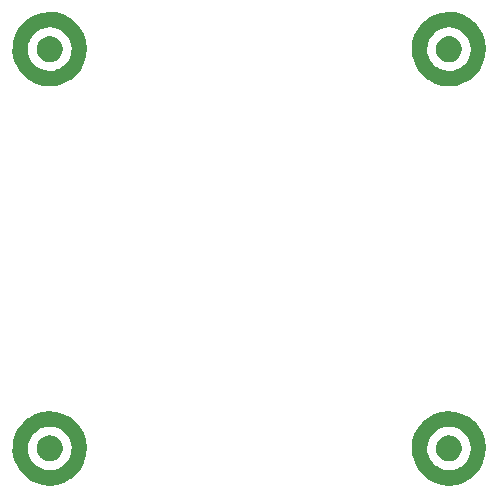
<source format=gbr>
G04 #@! TF.GenerationSoftware,KiCad,Pcbnew,(6.0.0-rc1-dev-557-ge985f797c)*
G04 #@! TF.CreationDate,2018-10-28T11:13:32+01:00*
G04 #@! TF.ProjectId,GIRA ESP8266 Jalousiesteuerung,474952412045535038323636204A616C,1.0*
G04 #@! TF.SameCoordinates,Original*
G04 #@! TF.FileFunction,Soldermask,Bot*
G04 #@! TF.FilePolarity,Negative*
%FSLAX46Y46*%
G04 Gerber Fmt 4.6, Leading zero omitted, Abs format (unit mm)*
G04 Created by KiCad (PCBNEW (6.0.0-rc1-dev-557-ge985f797c)) date 10/28/18 11:13:32*
%MOMM*%
%LPD*%
G01*
G04 APERTURE LIST*
%ADD10C,0.100000*%
G04 APERTURE END LIST*
D10*
G36*
X56636191Y-86794928D02*
X56658147Y-86798800D01*
X57229093Y-86958210D01*
X57249872Y-86966269D01*
X57778986Y-87233544D01*
X57797801Y-87245485D01*
X58264926Y-87610443D01*
X58281073Y-87625819D01*
X58668399Y-88074542D01*
X58681255Y-88092766D01*
X58974059Y-88608192D01*
X58983120Y-88628544D01*
X59170237Y-89191039D01*
X59175172Y-89212764D01*
X59249796Y-89803480D01*
X59250687Y-89816207D01*
X59251798Y-89895793D01*
X59251264Y-89908536D01*
X59193163Y-90501102D01*
X59188834Y-90522961D01*
X59017500Y-91090451D01*
X59009003Y-91111064D01*
X58730710Y-91634457D01*
X58718376Y-91653021D01*
X58343710Y-92112406D01*
X58328012Y-92128214D01*
X57871263Y-92506070D01*
X57852780Y-92518537D01*
X57331343Y-92800477D01*
X57310787Y-92809118D01*
X56744514Y-92984409D01*
X56722680Y-92988890D01*
X56133145Y-93050853D01*
X56110858Y-93051008D01*
X55520499Y-92997281D01*
X55498613Y-92993107D01*
X54929951Y-92825741D01*
X54909272Y-92817386D01*
X54383950Y-92542754D01*
X54365304Y-92530552D01*
X53903317Y-92159105D01*
X53887393Y-92143511D01*
X53506353Y-91689405D01*
X53493764Y-91671021D01*
X53208189Y-91151562D01*
X53199406Y-91131070D01*
X53020166Y-90566035D01*
X53015531Y-90544228D01*
X52949455Y-89955139D01*
X52949143Y-89932854D01*
X52953042Y-89886413D01*
X54253306Y-89886413D01*
X54281433Y-90221369D01*
X54285837Y-90245364D01*
X54378489Y-90568478D01*
X54387470Y-90591160D01*
X54541114Y-90890120D01*
X54554329Y-90910626D01*
X54763118Y-91174053D01*
X54780065Y-91191602D01*
X55036045Y-91409457D01*
X55056078Y-91423380D01*
X55349499Y-91587367D01*
X55371854Y-91597134D01*
X55691533Y-91701004D01*
X55715359Y-91706243D01*
X56049129Y-91746043D01*
X56073520Y-91746554D01*
X56408667Y-91720766D01*
X56432692Y-91716529D01*
X56756437Y-91626137D01*
X56779181Y-91617315D01*
X57079217Y-91465757D01*
X57099816Y-91452685D01*
X57364691Y-91245742D01*
X57382357Y-91228918D01*
X57601990Y-90974470D01*
X57616053Y-90954536D01*
X57782086Y-90662266D01*
X57792008Y-90639979D01*
X57898110Y-90321025D01*
X57903515Y-90297235D01*
X57946576Y-89956368D01*
X57947550Y-89942448D01*
X57948015Y-89909161D01*
X57947430Y-89895217D01*
X57913902Y-89553273D01*
X57909164Y-89529342D01*
X57812010Y-89207552D01*
X57802713Y-89184997D01*
X57644908Y-88888209D01*
X57631408Y-88867889D01*
X57418963Y-88607406D01*
X57401773Y-88590096D01*
X57142776Y-88375835D01*
X57122551Y-88362193D01*
X56826871Y-88202319D01*
X56804381Y-88192865D01*
X56483277Y-88093467D01*
X56459380Y-88088562D01*
X56125090Y-88053427D01*
X56100695Y-88053256D01*
X55765948Y-88083720D01*
X55741984Y-88088292D01*
X55419520Y-88183199D01*
X55396901Y-88192338D01*
X55099017Y-88348068D01*
X55078604Y-88361426D01*
X54816644Y-88572047D01*
X54799213Y-88589115D01*
X54583153Y-88846605D01*
X54569371Y-88866735D01*
X54407436Y-89161294D01*
X54397825Y-89183717D01*
X54296188Y-89504119D01*
X54291116Y-89527981D01*
X54253647Y-89862019D01*
X54253306Y-89886413D01*
X52953042Y-89886413D01*
X52954494Y-89869133D01*
X52998747Y-89342138D01*
X53002768Y-89320229D01*
X53166167Y-88750392D01*
X53174369Y-88729676D01*
X53445329Y-88202446D01*
X53457408Y-88183703D01*
X53825612Y-87719145D01*
X53841098Y-87703108D01*
X54292528Y-87318911D01*
X54310830Y-87306190D01*
X54828277Y-87017000D01*
X54848713Y-87008072D01*
X55412481Y-86824892D01*
X55434251Y-86820105D01*
X56022867Y-86749917D01*
X56045152Y-86749450D01*
X56636191Y-86794928D01*
X56636191Y-86794928D01*
G37*
G36*
X56314795Y-88820156D02*
X56421150Y-88841311D01*
X56482529Y-88866735D01*
X56621516Y-88924305D01*
X56801850Y-89044801D01*
X56955199Y-89198150D01*
X56955201Y-89198153D01*
X56955202Y-89198154D01*
X56964964Y-89212764D01*
X57075695Y-89378484D01*
X57127734Y-89504119D01*
X57148095Y-89553273D01*
X57158689Y-89578851D01*
X57201000Y-89791560D01*
X57201000Y-90008440D01*
X57158689Y-90221149D01*
X57075695Y-90421516D01*
X56955199Y-90601850D01*
X56801850Y-90755199D01*
X56621516Y-90875695D01*
X56537184Y-90910626D01*
X56421150Y-90958689D01*
X56341814Y-90974470D01*
X56208440Y-91001000D01*
X55991560Y-91001000D01*
X55858186Y-90974470D01*
X55778850Y-90958689D01*
X55662816Y-90910626D01*
X55578484Y-90875695D01*
X55398150Y-90755199D01*
X55244801Y-90601850D01*
X55124305Y-90421516D01*
X55041311Y-90221149D01*
X54999000Y-90008440D01*
X54999000Y-89791560D01*
X55041311Y-89578851D01*
X55051906Y-89553273D01*
X55072266Y-89504119D01*
X55124305Y-89378484D01*
X55235036Y-89212764D01*
X55244798Y-89198154D01*
X55244799Y-89198153D01*
X55244801Y-89198150D01*
X55398150Y-89044801D01*
X55578484Y-88924305D01*
X55717471Y-88866735D01*
X55778850Y-88841311D01*
X55885205Y-88820156D01*
X55991560Y-88799000D01*
X56208440Y-88799000D01*
X56314795Y-88820156D01*
X56314795Y-88820156D01*
G37*
G36*
X90436191Y-86794928D02*
X90458147Y-86798800D01*
X91029093Y-86958210D01*
X91049872Y-86966269D01*
X91578986Y-87233544D01*
X91597801Y-87245485D01*
X92064926Y-87610443D01*
X92081073Y-87625819D01*
X92468399Y-88074542D01*
X92481255Y-88092766D01*
X92774059Y-88608192D01*
X92783120Y-88628544D01*
X92970237Y-89191039D01*
X92975172Y-89212764D01*
X93049796Y-89803480D01*
X93050687Y-89816207D01*
X93051798Y-89895793D01*
X93051264Y-89908536D01*
X92993163Y-90501102D01*
X92988834Y-90522961D01*
X92817500Y-91090451D01*
X92809003Y-91111064D01*
X92530710Y-91634457D01*
X92518376Y-91653021D01*
X92143710Y-92112406D01*
X92128012Y-92128214D01*
X91671263Y-92506070D01*
X91652780Y-92518537D01*
X91131343Y-92800477D01*
X91110787Y-92809118D01*
X90544514Y-92984409D01*
X90522680Y-92988890D01*
X89933145Y-93050853D01*
X89910858Y-93051008D01*
X89320499Y-92997281D01*
X89298613Y-92993107D01*
X88729951Y-92825741D01*
X88709272Y-92817386D01*
X88183950Y-92542754D01*
X88165304Y-92530552D01*
X87703317Y-92159105D01*
X87687393Y-92143511D01*
X87306353Y-91689405D01*
X87293764Y-91671021D01*
X87008189Y-91151562D01*
X86999406Y-91131070D01*
X86820166Y-90566035D01*
X86815531Y-90544228D01*
X86749455Y-89955139D01*
X86749143Y-89932854D01*
X86753042Y-89886413D01*
X88053306Y-89886413D01*
X88081433Y-90221369D01*
X88085837Y-90245364D01*
X88178489Y-90568478D01*
X88187470Y-90591160D01*
X88341114Y-90890120D01*
X88354329Y-90910626D01*
X88563118Y-91174053D01*
X88580065Y-91191602D01*
X88836045Y-91409457D01*
X88856078Y-91423380D01*
X89149499Y-91587367D01*
X89171854Y-91597134D01*
X89491533Y-91701004D01*
X89515359Y-91706243D01*
X89849129Y-91746043D01*
X89873520Y-91746554D01*
X90208667Y-91720766D01*
X90232692Y-91716529D01*
X90556437Y-91626137D01*
X90579181Y-91617315D01*
X90879217Y-91465757D01*
X90899816Y-91452685D01*
X91164691Y-91245742D01*
X91182357Y-91228918D01*
X91401990Y-90974470D01*
X91416053Y-90954536D01*
X91582086Y-90662266D01*
X91592008Y-90639979D01*
X91698110Y-90321025D01*
X91703515Y-90297235D01*
X91746576Y-89956368D01*
X91747550Y-89942448D01*
X91748015Y-89909161D01*
X91747430Y-89895217D01*
X91713902Y-89553273D01*
X91709164Y-89529342D01*
X91612010Y-89207552D01*
X91602713Y-89184997D01*
X91444908Y-88888209D01*
X91431408Y-88867889D01*
X91218963Y-88607406D01*
X91201773Y-88590096D01*
X90942776Y-88375835D01*
X90922551Y-88362193D01*
X90626871Y-88202319D01*
X90604381Y-88192865D01*
X90283277Y-88093467D01*
X90259380Y-88088562D01*
X89925090Y-88053427D01*
X89900695Y-88053256D01*
X89565948Y-88083720D01*
X89541984Y-88088292D01*
X89219520Y-88183199D01*
X89196901Y-88192338D01*
X88899017Y-88348068D01*
X88878604Y-88361426D01*
X88616644Y-88572047D01*
X88599213Y-88589115D01*
X88383153Y-88846605D01*
X88369371Y-88866735D01*
X88207436Y-89161294D01*
X88197825Y-89183717D01*
X88096188Y-89504119D01*
X88091116Y-89527981D01*
X88053647Y-89862019D01*
X88053306Y-89886413D01*
X86753042Y-89886413D01*
X86754494Y-89869133D01*
X86798747Y-89342138D01*
X86802768Y-89320229D01*
X86966167Y-88750392D01*
X86974369Y-88729676D01*
X87245329Y-88202446D01*
X87257408Y-88183703D01*
X87625612Y-87719145D01*
X87641098Y-87703108D01*
X88092528Y-87318911D01*
X88110830Y-87306190D01*
X88628277Y-87017000D01*
X88648713Y-87008072D01*
X89212481Y-86824892D01*
X89234251Y-86820105D01*
X89822867Y-86749917D01*
X89845152Y-86749450D01*
X90436191Y-86794928D01*
X90436191Y-86794928D01*
G37*
G36*
X90114795Y-88820156D02*
X90221150Y-88841311D01*
X90282529Y-88866735D01*
X90421516Y-88924305D01*
X90601850Y-89044801D01*
X90755199Y-89198150D01*
X90755201Y-89198153D01*
X90755202Y-89198154D01*
X90764964Y-89212764D01*
X90875695Y-89378484D01*
X90927734Y-89504119D01*
X90948095Y-89553273D01*
X90958689Y-89578851D01*
X91001000Y-89791560D01*
X91001000Y-90008440D01*
X90958689Y-90221149D01*
X90875695Y-90421516D01*
X90755199Y-90601850D01*
X90601850Y-90755199D01*
X90421516Y-90875695D01*
X90337184Y-90910626D01*
X90221150Y-90958689D01*
X90141814Y-90974470D01*
X90008440Y-91001000D01*
X89791560Y-91001000D01*
X89658186Y-90974470D01*
X89578850Y-90958689D01*
X89462816Y-90910626D01*
X89378484Y-90875695D01*
X89198150Y-90755199D01*
X89044801Y-90601850D01*
X88924305Y-90421516D01*
X88841311Y-90221149D01*
X88799000Y-90008440D01*
X88799000Y-89791560D01*
X88841311Y-89578851D01*
X88851906Y-89553273D01*
X88872266Y-89504119D01*
X88924305Y-89378484D01*
X89035036Y-89212764D01*
X89044798Y-89198154D01*
X89044799Y-89198153D01*
X89044801Y-89198150D01*
X89198150Y-89044801D01*
X89378484Y-88924305D01*
X89517471Y-88866735D01*
X89578850Y-88841311D01*
X89685205Y-88820156D01*
X89791560Y-88799000D01*
X90008440Y-88799000D01*
X90114795Y-88820156D01*
X90114795Y-88820156D01*
G37*
G36*
X90436191Y-52994928D02*
X90458147Y-52998800D01*
X91029093Y-53158210D01*
X91049872Y-53166269D01*
X91578986Y-53433544D01*
X91597801Y-53445485D01*
X92064926Y-53810443D01*
X92081073Y-53825819D01*
X92468399Y-54274542D01*
X92481255Y-54292766D01*
X92774059Y-54808192D01*
X92783120Y-54828544D01*
X92970237Y-55391039D01*
X92975172Y-55412764D01*
X93049796Y-56003480D01*
X93050687Y-56016207D01*
X93051798Y-56095793D01*
X93051264Y-56108536D01*
X92993163Y-56701102D01*
X92988834Y-56722961D01*
X92817500Y-57290451D01*
X92809003Y-57311064D01*
X92530710Y-57834457D01*
X92518376Y-57853021D01*
X92143710Y-58312406D01*
X92128012Y-58328214D01*
X91671263Y-58706070D01*
X91652780Y-58718537D01*
X91131343Y-59000477D01*
X91110787Y-59009118D01*
X90544514Y-59184409D01*
X90522680Y-59188890D01*
X89933145Y-59250853D01*
X89910858Y-59251008D01*
X89320499Y-59197281D01*
X89298613Y-59193107D01*
X88729951Y-59025741D01*
X88709272Y-59017386D01*
X88183950Y-58742754D01*
X88165304Y-58730552D01*
X87703317Y-58359105D01*
X87687393Y-58343511D01*
X87306353Y-57889405D01*
X87293764Y-57871021D01*
X87008189Y-57351562D01*
X86999406Y-57331070D01*
X86820166Y-56766035D01*
X86815531Y-56744228D01*
X86749455Y-56155139D01*
X86749143Y-56132854D01*
X86753042Y-56086413D01*
X88053306Y-56086413D01*
X88081433Y-56421369D01*
X88085837Y-56445364D01*
X88178489Y-56768478D01*
X88187470Y-56791160D01*
X88341114Y-57090120D01*
X88354329Y-57110626D01*
X88563118Y-57374053D01*
X88580065Y-57391602D01*
X88836045Y-57609457D01*
X88856078Y-57623380D01*
X89149499Y-57787367D01*
X89171854Y-57797134D01*
X89491533Y-57901004D01*
X89515359Y-57906243D01*
X89849129Y-57946043D01*
X89873520Y-57946554D01*
X90208667Y-57920766D01*
X90232692Y-57916529D01*
X90556437Y-57826137D01*
X90579181Y-57817315D01*
X90879217Y-57665757D01*
X90899816Y-57652685D01*
X91164691Y-57445742D01*
X91182357Y-57428918D01*
X91401990Y-57174470D01*
X91416053Y-57154536D01*
X91582086Y-56862266D01*
X91592008Y-56839979D01*
X91698110Y-56521025D01*
X91703515Y-56497235D01*
X91746576Y-56156368D01*
X91747550Y-56142448D01*
X91748015Y-56109161D01*
X91747430Y-56095217D01*
X91713902Y-55753273D01*
X91709164Y-55729342D01*
X91612010Y-55407552D01*
X91602713Y-55384997D01*
X91444908Y-55088209D01*
X91431408Y-55067889D01*
X91218963Y-54807406D01*
X91201773Y-54790096D01*
X90942776Y-54575835D01*
X90922551Y-54562193D01*
X90626871Y-54402319D01*
X90604381Y-54392865D01*
X90283277Y-54293467D01*
X90259380Y-54288562D01*
X89925090Y-54253427D01*
X89900695Y-54253256D01*
X89565948Y-54283720D01*
X89541984Y-54288292D01*
X89219520Y-54383199D01*
X89196901Y-54392338D01*
X88899017Y-54548068D01*
X88878604Y-54561426D01*
X88616644Y-54772047D01*
X88599213Y-54789115D01*
X88383153Y-55046605D01*
X88369371Y-55066735D01*
X88207436Y-55361294D01*
X88197825Y-55383717D01*
X88096188Y-55704119D01*
X88091116Y-55727981D01*
X88053647Y-56062019D01*
X88053306Y-56086413D01*
X86753042Y-56086413D01*
X86754494Y-56069133D01*
X86798747Y-55542138D01*
X86802768Y-55520229D01*
X86966167Y-54950392D01*
X86974369Y-54929676D01*
X87245329Y-54402446D01*
X87257408Y-54383703D01*
X87625612Y-53919145D01*
X87641098Y-53903108D01*
X88092528Y-53518911D01*
X88110830Y-53506190D01*
X88628277Y-53217000D01*
X88648713Y-53208072D01*
X89212481Y-53024892D01*
X89234251Y-53020105D01*
X89822867Y-52949917D01*
X89845152Y-52949450D01*
X90436191Y-52994928D01*
X90436191Y-52994928D01*
G37*
G36*
X90114795Y-55020156D02*
X90221150Y-55041311D01*
X90282529Y-55066735D01*
X90421516Y-55124305D01*
X90601850Y-55244801D01*
X90755199Y-55398150D01*
X90755201Y-55398153D01*
X90755202Y-55398154D01*
X90764964Y-55412764D01*
X90875695Y-55578484D01*
X90927734Y-55704119D01*
X90948095Y-55753273D01*
X90958689Y-55778851D01*
X91001000Y-55991560D01*
X91001000Y-56208440D01*
X90958689Y-56421149D01*
X90875695Y-56621516D01*
X90755199Y-56801850D01*
X90601850Y-56955199D01*
X90421516Y-57075695D01*
X90337184Y-57110626D01*
X90221150Y-57158689D01*
X90141814Y-57174470D01*
X90008440Y-57201000D01*
X89791560Y-57201000D01*
X89658186Y-57174470D01*
X89578850Y-57158689D01*
X89462816Y-57110626D01*
X89378484Y-57075695D01*
X89198150Y-56955199D01*
X89044801Y-56801850D01*
X88924305Y-56621516D01*
X88841311Y-56421149D01*
X88799000Y-56208440D01*
X88799000Y-55991560D01*
X88841311Y-55778851D01*
X88851906Y-55753273D01*
X88872266Y-55704119D01*
X88924305Y-55578484D01*
X89035036Y-55412764D01*
X89044798Y-55398154D01*
X89044799Y-55398153D01*
X89044801Y-55398150D01*
X89198150Y-55244801D01*
X89378484Y-55124305D01*
X89517471Y-55066735D01*
X89578850Y-55041311D01*
X89685205Y-55020156D01*
X89791560Y-54999000D01*
X90008440Y-54999000D01*
X90114795Y-55020156D01*
X90114795Y-55020156D01*
G37*
G36*
X56636191Y-52994928D02*
X56658147Y-52998800D01*
X57229093Y-53158210D01*
X57249872Y-53166269D01*
X57778986Y-53433544D01*
X57797801Y-53445485D01*
X58264926Y-53810443D01*
X58281073Y-53825819D01*
X58668399Y-54274542D01*
X58681255Y-54292766D01*
X58974059Y-54808192D01*
X58983120Y-54828544D01*
X59170237Y-55391039D01*
X59175172Y-55412764D01*
X59249796Y-56003480D01*
X59250687Y-56016207D01*
X59251798Y-56095793D01*
X59251264Y-56108536D01*
X59193163Y-56701102D01*
X59188834Y-56722961D01*
X59017500Y-57290451D01*
X59009003Y-57311064D01*
X58730710Y-57834457D01*
X58718376Y-57853021D01*
X58343710Y-58312406D01*
X58328012Y-58328214D01*
X57871263Y-58706070D01*
X57852780Y-58718537D01*
X57331343Y-59000477D01*
X57310787Y-59009118D01*
X56744514Y-59184409D01*
X56722680Y-59188890D01*
X56133145Y-59250853D01*
X56110858Y-59251008D01*
X55520499Y-59197281D01*
X55498613Y-59193107D01*
X54929951Y-59025741D01*
X54909272Y-59017386D01*
X54383950Y-58742754D01*
X54365304Y-58730552D01*
X53903317Y-58359105D01*
X53887393Y-58343511D01*
X53506353Y-57889405D01*
X53493764Y-57871021D01*
X53208189Y-57351562D01*
X53199406Y-57331070D01*
X53020166Y-56766035D01*
X53015531Y-56744228D01*
X52949455Y-56155139D01*
X52949143Y-56132854D01*
X52953042Y-56086413D01*
X54253306Y-56086413D01*
X54281433Y-56421369D01*
X54285837Y-56445364D01*
X54378489Y-56768478D01*
X54387470Y-56791160D01*
X54541114Y-57090120D01*
X54554329Y-57110626D01*
X54763118Y-57374053D01*
X54780065Y-57391602D01*
X55036045Y-57609457D01*
X55056078Y-57623380D01*
X55349499Y-57787367D01*
X55371854Y-57797134D01*
X55691533Y-57901004D01*
X55715359Y-57906243D01*
X56049129Y-57946043D01*
X56073520Y-57946554D01*
X56408667Y-57920766D01*
X56432692Y-57916529D01*
X56756437Y-57826137D01*
X56779181Y-57817315D01*
X57079217Y-57665757D01*
X57099816Y-57652685D01*
X57364691Y-57445742D01*
X57382357Y-57428918D01*
X57601990Y-57174470D01*
X57616053Y-57154536D01*
X57782086Y-56862266D01*
X57792008Y-56839979D01*
X57898110Y-56521025D01*
X57903515Y-56497235D01*
X57946576Y-56156368D01*
X57947550Y-56142448D01*
X57948015Y-56109161D01*
X57947430Y-56095217D01*
X57913902Y-55753273D01*
X57909164Y-55729342D01*
X57812010Y-55407552D01*
X57802713Y-55384997D01*
X57644908Y-55088209D01*
X57631408Y-55067889D01*
X57418963Y-54807406D01*
X57401773Y-54790096D01*
X57142776Y-54575835D01*
X57122551Y-54562193D01*
X56826871Y-54402319D01*
X56804381Y-54392865D01*
X56483277Y-54293467D01*
X56459380Y-54288562D01*
X56125090Y-54253427D01*
X56100695Y-54253256D01*
X55765948Y-54283720D01*
X55741984Y-54288292D01*
X55419520Y-54383199D01*
X55396901Y-54392338D01*
X55099017Y-54548068D01*
X55078604Y-54561426D01*
X54816644Y-54772047D01*
X54799213Y-54789115D01*
X54583153Y-55046605D01*
X54569371Y-55066735D01*
X54407436Y-55361294D01*
X54397825Y-55383717D01*
X54296188Y-55704119D01*
X54291116Y-55727981D01*
X54253647Y-56062019D01*
X54253306Y-56086413D01*
X52953042Y-56086413D01*
X52954494Y-56069133D01*
X52998747Y-55542138D01*
X53002768Y-55520229D01*
X53166167Y-54950392D01*
X53174369Y-54929676D01*
X53445329Y-54402446D01*
X53457408Y-54383703D01*
X53825612Y-53919145D01*
X53841098Y-53903108D01*
X54292528Y-53518911D01*
X54310830Y-53506190D01*
X54828277Y-53217000D01*
X54848713Y-53208072D01*
X55412481Y-53024892D01*
X55434251Y-53020105D01*
X56022867Y-52949917D01*
X56045152Y-52949450D01*
X56636191Y-52994928D01*
X56636191Y-52994928D01*
G37*
G36*
X56314795Y-55020156D02*
X56421150Y-55041311D01*
X56482529Y-55066735D01*
X56621516Y-55124305D01*
X56801850Y-55244801D01*
X56955199Y-55398150D01*
X56955201Y-55398153D01*
X56955202Y-55398154D01*
X56964964Y-55412764D01*
X57075695Y-55578484D01*
X57127734Y-55704119D01*
X57148095Y-55753273D01*
X57158689Y-55778851D01*
X57201000Y-55991560D01*
X57201000Y-56208440D01*
X57158689Y-56421149D01*
X57075695Y-56621516D01*
X56955199Y-56801850D01*
X56801850Y-56955199D01*
X56621516Y-57075695D01*
X56537184Y-57110626D01*
X56421150Y-57158689D01*
X56341814Y-57174470D01*
X56208440Y-57201000D01*
X55991560Y-57201000D01*
X55858186Y-57174470D01*
X55778850Y-57158689D01*
X55662816Y-57110626D01*
X55578484Y-57075695D01*
X55398150Y-56955199D01*
X55244801Y-56801850D01*
X55124305Y-56621516D01*
X55041311Y-56421149D01*
X54999000Y-56208440D01*
X54999000Y-55991560D01*
X55041311Y-55778851D01*
X55051906Y-55753273D01*
X55072266Y-55704119D01*
X55124305Y-55578484D01*
X55235036Y-55412764D01*
X55244798Y-55398154D01*
X55244799Y-55398153D01*
X55244801Y-55398150D01*
X55398150Y-55244801D01*
X55578484Y-55124305D01*
X55717471Y-55066735D01*
X55778850Y-55041311D01*
X55885205Y-55020156D01*
X55991560Y-54999000D01*
X56208440Y-54999000D01*
X56314795Y-55020156D01*
X56314795Y-55020156D01*
G37*
M02*

</source>
